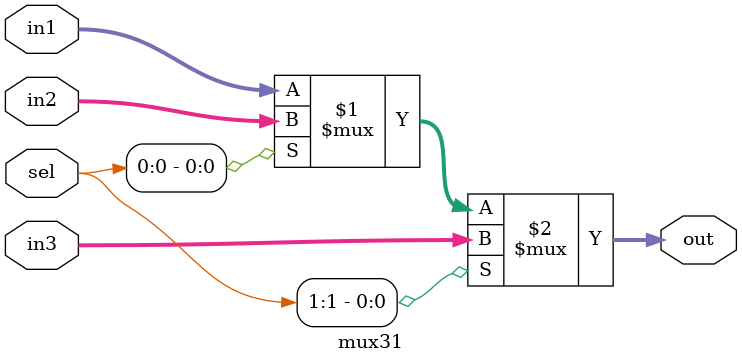
<source format=v>
`timescale 1ns/10ps
module mux31 #(parameter w1=3,w2=3,w3=3,w4=3)(
  input [1:0] sel,
  input [w1-1:0] in1,
  input [w2-1:0] in2,
  input [w3-1:0] in3,
  output [w4-1:0] out);

  assign out = (sel[1])? in3 : (sel[0] ? in2 : in1);
endmodule



</source>
